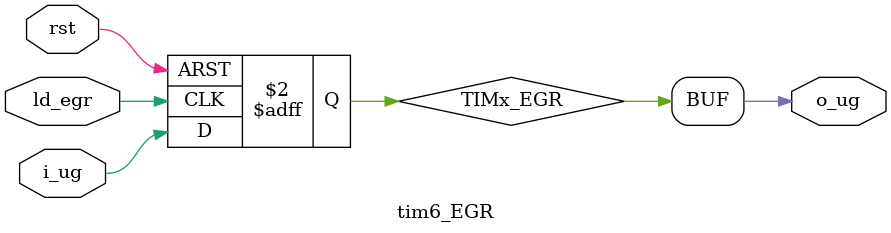
<source format=v>
`timescale 1ns / 1ps


module tim6_EGR(
    input wire rst,

    input wire ld_egr,

    input wire i_ug,

    output wire o_ug
    );

reg TIMx_EGR;


assign o_ug = TIMx_EGR;


always @(posedge ld_egr or posedge rst) begin
    if (rst) begin
        TIMx_EGR <= 0;
    end
    else begin
        TIMx_EGR <= i_ug;
    end
end 

endmodule

</source>
